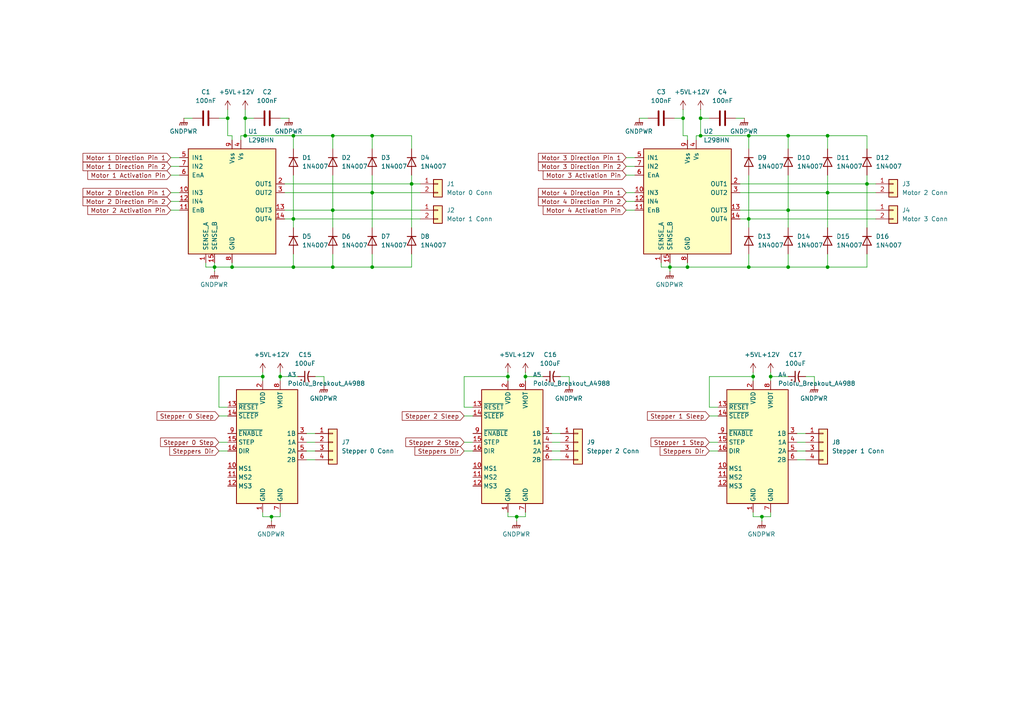
<source format=kicad_sch>
(kicad_sch (version 20250114) (generator "eeschema") (generator_version "9.0")
  (paper "A4")
  (lib_symbols
    (symbol "Connector_Generic:Conn_01x02" (pin_names (offset 1.016) (hide yes))
      (property "Reference" "J" (at 0 2.54 0))
      (property "Value" "Conn_01x02" (at 0 -5.08 0))
      (symbol "Conn_01x02_1_1"
        (rectangle (start -1.27 1.27) (end 1.27 -3.81) (stroke (width 0.254)) (fill (type background)))
        (rectangle (start -1.27 0.127) (end 0 -0.127) (stroke (width 0.1524)))
        (rectangle (start -1.27 -2.413) (end 0 -2.667) (stroke (width 0.1524)))
        (pin passive line (at -5.08 0 0) (length 3.81) (name "Pin_1") (number "1"))
        (pin passive line (at -5.08 -2.54 0) (length 3.81) (name "Pin_2") (number "2"))
      )
    )
    (symbol "Connector_Generic:Conn_01x04" (pin_names (offset 1.016) (hide yes))
      (property "Reference" "J" (at 0 5.08 0))
      (property "Value" "Conn_01x04" (at 0 -7.62 0))
      (symbol "Conn_01x04_1_1"
        (rectangle (start -1.27 3.81) (end 1.27 -6.35) (stroke (width 0.254)) (fill (type background)))
        (rectangle (start -1.27 2.667) (end 0 2.413) (stroke (width 0.1524)))
        (rectangle (start -1.27 0.127) (end 0 -0.127) (stroke (width 0.1524)))
        (rectangle (start -1.27 -2.413) (end 0 -2.667) (stroke (width 0.1524)))
        (rectangle (start -1.27 -4.953) (end 0 -5.207) (stroke (width 0.1524)))
        (pin passive line (at -5.08 2.54 0) (length 3.81) (name "Pin_1") (number "1"))
        (pin passive line (at -5.08 0 0) (length 3.81) (name "Pin_2") (number "2"))
        (pin passive line (at -5.08 -2.54 0) (length 3.81) (name "Pin_3") (number "3"))
        (pin passive line (at -5.08 -5.08 0) (length 3.81) (name "Pin_4") (number "4"))
      )
    )
    (symbol "Device:C" (pin_numbers (hide yes)) (pin_names (offset 0.254))
      (property "Reference" "C" (at 0.635 2.54 0))
      (property "Value" "C" (at 0.635 -2.54 0))
      (symbol "C_0_1"
        (polyline (pts (xy -2.032 0.762) (xy 2.032 0.762)) (stroke (width 0.508)))
        (polyline (pts (xy -2.032 -0.762) (xy 2.032 -0.762)) (stroke (width 0.508)))
      )
      (symbol "C_1_1"
        (pin passive line (at 0 3.81 270) (length 2.794) (name "~") (number "1"))
        (pin passive line (at 0 -3.81 90) (length 2.794) (name "~") (number "2"))
      )
    )
    (symbol "Device:C_Polarized_Small_US" (pin_numbers (hide yes)) (pin_names (offset 0.254) (hide yes))
      (property "Reference" "C" (at 0.254 1.778 0))
      (property "Value" "C_Polarized_Small_US" (at 0.254 -2.032 0))
      (symbol "C_Polarized_Small_US_0_1"
        (polyline (pts (xy -1.524 0.508) (xy 1.524 0.508)) (stroke (width 0.3048)))
        (polyline (pts (xy -1.27 1.524) (xy -0.762 1.524)))
        (polyline (pts (xy -1.016 1.27) (xy -1.016 1.778)))
        (arc (start -1.524 -0.762) (mid 0 -0.3734) (end 1.524 -0.762) (stroke (width 0.3048)))
      )
      (symbol "C_Polarized_Small_US_1_1"
        (pin passive line (at 0 2.54 270) (length 2.032) (name "~") (number "1"))
        (pin passive line (at 0 -2.54 90) (length 2.032) (name "~") (number "2"))
      )
    )
    (symbol "Diode:1N4007" (pin_numbers (hide yes)) (pin_names (hide yes))
      (property "Reference" "D" (at 0 2.54 0))
      (property "Value" "1N4007" (at 0 -2.54 0))
      (symbol "1N4007_0_1"
        (polyline (pts (xy -1.27 1.27) (xy -1.27 -1.27)) (stroke (width 0.254)))
        (polyline (pts (xy 1.27 1.27) (xy 1.27 -1.27) (xy -1.27 0) (xy 1.27 1.27)) (stroke (width 0.254)))
        (polyline (pts (xy 1.27 0) (xy -1.27 0)))
      )
      (symbol "1N4007_1_1"
        (pin passive line (at -3.81 0 0) (length 2.54) (name "K") (number "1"))
        (pin passive line (at 3.81 0 180) (length 2.54) (name "A") (number "2"))
      )
    )
    (symbol "Driver_Motor:L298HN" (pin_names (offset 1.016))
      (property "Reference" "U" (at -10.16 16.51 0))
      (property "Value" "L298HN" (at 12.7 16.51 0))
      (symbol "L298HN_0_1"
        (rectangle (start -12.7 15.24) (end 12.7 -15.24) (stroke (width 0.254)) (fill (type background)))
      )
      (symbol "L298HN_1_1"
        (pin input line (at -15.24 12.7 0) (length 2.54) (name "IN1") (number "5"))
        (pin input line (at -15.24 10.16 0) (length 2.54) (name "IN2") (number "7"))
        (pin input line (at -15.24 7.62 0) (length 2.54) (name "EnA") (number "6"))
        (pin input line (at -15.24 2.54 0) (length 2.54) (name "IN3") (number "10"))
        (pin input line (at -15.24 0 0) (length 2.54) (name "IN4") (number "12"))
        (pin input line (at -15.24 -2.54 0) (length 2.54) (name "EnB") (number "11"))
        (pin power_in line (at -7.62 -17.78 90) (length 2.54) (name "SENSE_A") (number "1"))
        (pin power_in line (at -5.08 -17.78 90) (length 2.54) (name "SENSE_B") (number "15"))
        (pin power_in line (at 0 17.78 270) (length 2.54) (name "Vss") (number "9"))
        (pin power_in line (at 0 -17.78 90) (length 2.54) (name "GND") (number "8"))
        (pin power_in line (at 2.54 17.78 270) (length 2.54) (name "Vs") (number "4"))
        (pin output line (at 15.24 5.08 180) (length 2.54) (name "OUT1") (number "2"))
        (pin output line (at 15.24 2.54 180) (length 2.54) (name "OUT2") (number "3"))
        (pin output line (at 15.24 -2.54 180) (length 2.54) (name "OUT3") (number "13"))
        (pin output line (at 15.24 -5.08 180) (length 2.54) (name "OUT4") (number "14"))
      )
    )
    (symbol "Driver_Motor:Pololu_Breakout_A4988"
      (property "Reference" "A" (at -2.54 19.05 0))
      (property "Value" "Pololu_Breakout_A4988" (at -2.54 16.51 0))
      (symbol "Pololu_Breakout_A4988_0_1"
        (rectangle (start 10.16 -17.78) (end -7.62 15.24) (stroke (width 0.254)) (fill (type background)))
      )
      (symbol "Pololu_Breakout_A4988_1_1"
        (pin input line (at -10.16 10.16 0) (length 2.54) (name "~{RESET}") (number "13"))
        (pin input line (at -10.16 7.62 0) (length 2.54) (name "~{SLEEP}") (number "14"))
        (pin input line (at -10.16 2.54 0) (length 2.54) (name "~{ENABLE}") (number "9"))
        (pin input line (at -10.16 0 0) (length 2.54) (name "STEP") (number "15"))
        (pin input line (at -10.16 -2.54 0) (length 2.54) (name "DIR") (number "16"))
        (pin input line (at -10.16 -7.62 0) (length 2.54) (name "MS1") (number "10"))
        (pin input line (at -10.16 -10.16 0) (length 2.54) (name "MS2") (number "11"))
        (pin input line (at -10.16 -12.7 0) (length 2.54) (name "MS3") (number "12"))
        (pin power_in line (at 0 17.78 270) (length 2.54) (name "VDD") (number "2"))
        (pin power_in line (at 0 -20.32 90) (length 2.54) (name "GND") (number "1"))
        (pin power_in line (at 5.08 17.78 270) (length 2.54) (name "VMOT") (number "8"))
        (pin power_in line (at 5.08 -20.32 90) (length 2.54) (name "GND") (number "7"))
        (pin output line (at 12.7 2.54 180) (length 2.54) (name "1B") (number "3"))
        (pin output line (at 12.7 0 180) (length 2.54) (name "1A") (number "4"))
        (pin output line (at 12.7 -2.54 180) (length 2.54) (name "2A") (number "5"))
        (pin output line (at 12.7 -5.08 180) (length 2.54) (name "2B") (number "6"))
      )
    )
    (symbol "power:+12V" (power) (pin_numbers (hide yes)) (pin_names (offset 0) (hide yes))
      (property "Value" "+12V" (at 0 3.556 0))
      (symbol "+12V_0_1"
        (polyline (pts (xy -0.762 1.27) (xy 0 2.54)))
        (polyline (pts (xy 0 2.54) (xy 0.762 1.27)))
        (polyline (pts (xy 0 0) (xy 0 2.54)))
      )
      (symbol "+12V_1_1"
        (pin power_in line (at 0 0 90) (length 0) (name "~") (number "1"))
      )
    )
    (symbol "power:+5VL" (power) (pin_numbers (hide yes)) (pin_names (offset 0) (hide yes))
      (property "Value" "+5VL" (at 0 3.556 0))
      (symbol "+5VL_0_1"
        (polyline (pts (xy -0.762 1.27) (xy 0 2.54)))
        (polyline (pts (xy 0 2.54) (xy 0.762 1.27)))
        (polyline (pts (xy 0 0) (xy 0 2.54)))
      )
      (symbol "+5VL_1_1"
        (pin power_in line (at 0 0 90) (length 0) (name "~") (number "1"))
      )
    )
    (symbol "power:GNDPWR" (power) (pin_numbers (hide yes)) (pin_names (offset 0) (hide yes))
      (property "Value" "GNDPWR" (at 0 -3.302 0))
      (symbol "GNDPWR_0_1"
        (polyline (pts (xy -1.016 -1.27) (xy -1.27 -2.032) (xy -1.27 -2.032)) (stroke (width 0.2032)))
        (polyline (pts (xy -0.508 -1.27) (xy -0.762 -2.032) (xy -0.762 -2.032)) (stroke (width 0.2032)))
        (polyline (pts (xy 0 -1.27) (xy 0 0)))
        (polyline (pts (xy 0 -1.27) (xy -0.254 -2.032) (xy -0.254 -2.032)) (stroke (width 0.2032)))
        (polyline (pts (xy 0.508 -1.27) (xy 0.254 -2.032) (xy 0.254 -2.032)) (stroke (width 0.2032)))
        (polyline (pts (xy 1.016 -1.27) (xy -1.016 -1.27) (xy -1.016 -1.27)) (stroke (width 0.2032)))
        (polyline (pts (xy 1.016 -1.27) (xy 0.762 -2.032) (xy 0.762 -2.032) (xy 0.762 -2.032)) (stroke (width 0.2032)))
      )
      (symbol "GNDPWR_1_1"
        (pin power_in line (at 0 0 270) (length 0) (name "~") (number "1"))
      )
    )
  )
  (junction (at 228.6 60.96))
  (junction (at 76.2 109.22))
  (junction (at 218.44 109.22))
  (junction (at 81.28 109.22))
  (junction (at 107.95 39.37))
  (junction (at 96.52 77.47))
  (junction (at 228.6 77.47))
  (junction (at 223.52 109.22))
  (junction (at 85.09 77.47))
  (junction (at 78.74 149.86))
  (junction (at 217.17 63.5))
  (junction (at 85.09 39.37))
  (junction (at 96.52 60.96))
  (junction (at 194.31 77.47))
  (junction (at 220.98 149.86))
  (junction (at 119.38 53.34))
  (junction (at 240.03 39.37))
  (junction (at 149.86 149.86))
  (junction (at 66.04 34.29))
  (junction (at 240.03 55.88))
  (junction (at 203.2 34.29))
  (junction (at 67.31 77.47))
  (junction (at 85.09 63.5))
  (junction (at 107.95 55.88))
  (junction (at 240.03 77.47))
  (junction (at 198.12 34.29))
  (junction (at 217.17 39.37))
  (junction (at 203.2 39.37))
  (junction (at 217.17 77.47))
  (junction (at 71.12 34.29))
  (junction (at 251.46 53.34))
  (junction (at 199.39 77.47))
  (junction (at 71.12 39.37))
  (junction (at 107.95 77.47))
  (junction (at 62.23 77.47))
  (junction (at 96.52 39.37))
  (junction (at 147.32 109.22))
  (junction (at 152.4 109.22))
  (junction (at 228.6 39.37))
  (wire (pts (xy 217.17 63.5) (xy 254 63.5)))
  (wire (pts (xy 71.12 34.29) (xy 71.12 39.37)))
  (wire (pts (xy 198.12 31.75) (xy 198.12 34.29)))
  (wire (pts (xy 181.61 45.72) (xy 184.15 45.72)))
  (wire (pts (xy 165.1 109.22) (xy 165.1 111.76)))
  (wire (pts (xy 107.95 39.37) (xy 119.38 39.37)))
  (wire (pts (xy 147.32 149.86) (xy 149.86 149.86)))
  (wire (pts (xy 85.09 63.5) (xy 85.09 66.04)))
  (wire (pts (xy 59.69 76.2) (xy 59.69 77.47)))
  (wire (pts (xy 214.63 60.96) (xy 228.6 60.96)))
  (wire (pts (xy 228.6 77.47) (xy 240.03 77.47)))
  (wire (pts (xy 134.62 109.22) (xy 147.32 109.22)))
  (wire (pts (xy 217.17 63.5) (xy 217.17 66.04)))
  (wire (pts (xy 201.93 39.37) (xy 203.2 39.37)))
  (wire (pts (xy 191.77 77.47) (xy 194.31 77.47)))
  (wire (pts (xy 251.46 50.8) (xy 251.46 53.34)))
  (wire (pts (xy 82.55 63.5) (xy 85.09 63.5)))
  (wire (pts (xy 160.02 125.73) (xy 162.56 125.73)))
  (wire (pts (xy 199.39 76.2) (xy 199.39 77.47)))
  (wire (pts (xy 152.4 109.22) (xy 152.4 110.49)))
  (wire (pts (xy 214.63 63.5) (xy 217.17 63.5)))
  (wire (pts (xy 66.04 39.37) (xy 67.31 39.37)))
  (wire (pts (xy 149.86 151.13) (xy 149.86 149.86)))
  (wire (pts (xy 217.17 43.18) (xy 217.17 39.37)))
  (wire (pts (xy 119.38 73.66) (xy 119.38 77.47)))
  (wire (pts (xy 214.63 55.88) (xy 240.03 55.88)))
  (wire (pts (xy 88.9 125.73) (xy 91.44 125.73)))
  (wire (pts (xy 231.14 133.35) (xy 233.68 133.35)))
  (wire (pts (xy 63.5 120.65) (xy 66.04 120.65)))
  (wire (pts (xy 240.03 73.66) (xy 240.03 77.47)))
  (wire (pts (xy 85.09 77.47) (xy 96.52 77.47)))
  (wire (pts (xy 78.74 151.13) (xy 78.74 149.86)))
  (wire (pts (xy 88.9 130.81) (xy 91.44 130.81)))
  (wire (pts (xy 49.53 45.72) (xy 52.07 45.72)))
  (wire (pts (xy 96.52 50.8) (xy 96.52 60.96)))
  (wire (pts (xy 63.5 109.22) (xy 76.2 109.22)))
  (wire (pts (xy 231.14 130.81) (xy 233.68 130.81)))
  (wire (pts (xy 85.09 73.66) (xy 85.09 77.47)))
  (wire (pts (xy 217.17 50.8) (xy 217.17 63.5)))
  (wire (pts (xy 217.17 73.66) (xy 217.17 77.47)))
  (wire (pts (xy 231.14 125.73) (xy 233.68 125.73)))
  (wire (pts (xy 67.31 76.2) (xy 67.31 77.47)))
  (wire (pts (xy 67.31 39.37) (xy 67.31 40.64)))
  (wire (pts (xy 107.95 55.88) (xy 121.92 55.88)))
  (wire (pts (xy 63.5 34.29) (xy 66.04 34.29)))
  (wire (pts (xy 81.28 107.95) (xy 81.28 109.22)))
  (wire (pts (xy 199.39 77.47) (xy 217.17 77.47)))
  (wire (pts (xy 223.52 109.22) (xy 228.6 109.22)))
  (wire (pts (xy 181.61 50.8) (xy 184.15 50.8)))
  (wire (pts (xy 152.4 107.95) (xy 152.4 109.22)))
  (wire (pts (xy 236.22 109.22) (xy 236.22 111.76)))
  (wire (pts (xy 53.34 34.29) (xy 55.88 34.29)))
  (wire (pts (xy 93.98 109.22) (xy 93.98 111.76)))
  (wire (pts (xy 147.32 107.95) (xy 147.32 109.22)))
  (wire (pts (xy 198.12 34.29) (xy 198.12 39.37)))
  (wire (pts (xy 107.95 55.88) (xy 107.95 66.04)))
  (wire (pts (xy 205.74 128.27) (xy 208.28 128.27)))
  (wire (pts (xy 223.52 148.59) (xy 223.52 149.86)))
  (wire (pts (xy 228.6 73.66) (xy 228.6 77.47)))
  (wire (pts (xy 147.32 148.59) (xy 147.32 149.86)))
  (wire (pts (xy 96.52 39.37) (xy 107.95 39.37)))
  (wire (pts (xy 203.2 39.37) (xy 217.17 39.37)))
  (wire (pts (xy 231.14 128.27) (xy 233.68 128.27)))
  (wire (pts (xy 96.52 73.66) (xy 96.52 77.47)))
  (wire (pts (xy 91.44 109.22) (xy 93.98 109.22)))
  (wire (pts (xy 228.6 60.96) (xy 254 60.96)))
  (wire (pts (xy 205.74 118.11) (xy 208.28 118.11)))
  (wire (pts (xy 203.2 34.29) (xy 205.74 34.29)))
  (wire (pts (xy 81.28 109.22) (xy 86.36 109.22)))
  (wire (pts (xy 218.44 109.22) (xy 218.44 110.49)))
  (wire (pts (xy 240.03 50.8) (xy 240.03 55.88)))
  (wire (pts (xy 81.28 149.86) (xy 78.74 149.86)))
  (wire (pts (xy 88.9 128.27) (xy 91.44 128.27)))
  (wire (pts (xy 147.32 109.22) (xy 147.32 110.49)))
  (wire (pts (xy 49.53 50.8) (xy 52.07 50.8)))
  (wire (pts (xy 233.68 109.22) (xy 236.22 109.22)))
  (wire (pts (xy 66.04 31.75) (xy 66.04 34.29)))
  (wire (pts (xy 181.61 48.26) (xy 184.15 48.26)))
  (wire (pts (xy 134.62 118.11) (xy 137.16 118.11)))
  (wire (pts (xy 81.28 109.22) (xy 81.28 110.49)))
  (wire (pts (xy 63.5 118.11) (xy 66.04 118.11)))
  (wire (pts (xy 199.39 39.37) (xy 198.12 39.37)))
  (wire (pts (xy 85.09 63.5) (xy 121.92 63.5)))
  (wire (pts (xy 199.39 77.47) (xy 194.31 77.47)))
  (wire (pts (xy 240.03 55.88) (xy 240.03 66.04)))
  (wire (pts (xy 205.74 118.11) (xy 205.74 109.22)))
  (wire (pts (xy 160.02 133.35) (xy 162.56 133.35)))
  (wire (pts (xy 107.95 73.66) (xy 107.95 77.47)))
  (wire (pts (xy 81.28 34.29) (xy 83.82 34.29)))
  (wire (pts (xy 240.03 55.88) (xy 254 55.88)))
  (wire (pts (xy 203.2 34.29) (xy 203.2 39.37)))
  (wire (pts (xy 218.44 148.59) (xy 218.44 149.86)))
  (wire (pts (xy 134.62 130.81) (xy 137.16 130.81)))
  (wire (pts (xy 76.2 109.22) (xy 76.2 110.49)))
  (wire (pts (xy 88.9 133.35) (xy 91.44 133.35)))
  (wire (pts (xy 134.62 120.65) (xy 137.16 120.65)))
  (wire (pts (xy 107.95 50.8) (xy 107.95 55.88)))
  (wire (pts (xy 205.74 120.65) (xy 208.28 120.65)))
  (wire (pts (xy 119.38 43.18) (xy 119.38 39.37)))
  (wire (pts (xy 223.52 107.95) (xy 223.52 109.22)))
  (wire (pts (xy 82.55 60.96) (xy 96.52 60.96)))
  (wire (pts (xy 240.03 39.37) (xy 240.03 43.18)))
  (wire (pts (xy 82.55 55.88) (xy 107.95 55.88)))
  (wire (pts (xy 205.74 130.81) (xy 208.28 130.81)))
  (wire (pts (xy 220.98 151.13) (xy 220.98 149.86)))
  (wire (pts (xy 228.6 50.8) (xy 228.6 60.96)))
  (wire (pts (xy 71.12 39.37) (xy 85.09 39.37)))
  (wire (pts (xy 152.4 148.59) (xy 152.4 149.86)))
  (wire (pts (xy 66.04 34.29) (xy 66.04 39.37)))
  (wire (pts (xy 218.44 107.95) (xy 218.44 109.22)))
  (wire (pts (xy 214.63 53.34) (xy 251.46 53.34)))
  (wire (pts (xy 228.6 39.37) (xy 217.17 39.37)))
  (wire (pts (xy 81.28 148.59) (xy 81.28 149.86)))
  (wire (pts (xy 85.09 77.47) (xy 67.31 77.47)))
  (wire (pts (xy 195.58 34.29) (xy 198.12 34.29)))
  (wire (pts (xy 96.52 60.96) (xy 121.92 60.96)))
  (wire (pts (xy 251.46 39.37) (xy 240.03 39.37)))
  (wire (pts (xy 69.85 39.37) (xy 69.85 40.64)))
  (wire (pts (xy 71.12 34.29) (xy 73.66 34.29)))
  (wire (pts (xy 228.6 60.96) (xy 228.6 66.04)))
  (wire (pts (xy 71.12 39.37) (xy 69.85 39.37)))
  (wire (pts (xy 107.95 39.37) (xy 107.95 43.18)))
  (wire (pts (xy 162.56 109.22) (xy 165.1 109.22)))
  (wire (pts (xy 76.2 148.59) (xy 76.2 149.86)))
  (wire (pts (xy 96.52 39.37) (xy 96.52 43.18)))
  (wire (pts (xy 62.23 77.47) (xy 67.31 77.47)))
  (wire (pts (xy 85.09 50.8) (xy 85.09 63.5)))
  (wire (pts (xy 251.46 53.34) (xy 251.46 66.04)))
  (wire (pts (xy 96.52 60.96) (xy 96.52 66.04)))
  (wire (pts (xy 240.03 77.47) (xy 251.46 77.47)))
  (wire (pts (xy 240.03 39.37) (xy 228.6 39.37)))
  (wire (pts (xy 218.44 149.86) (xy 220.98 149.86)))
  (wire (pts (xy 160.02 130.81) (xy 162.56 130.81)))
  (wire (pts (xy 63.5 128.27) (xy 66.04 128.27)))
  (wire (pts (xy 203.2 31.75) (xy 203.2 34.29)))
  (wire (pts (xy 49.53 60.96) (xy 52.07 60.96)))
  (wire (pts (xy 152.4 149.86) (xy 149.86 149.86)))
  (wire (pts (xy 181.61 60.96) (xy 184.15 60.96)))
  (wire (pts (xy 185.42 34.29) (xy 187.96 34.29)))
  (wire (pts (xy 85.09 39.37) (xy 85.09 43.18)))
  (wire (pts (xy 96.52 77.47) (xy 107.95 77.47)))
  (wire (pts (xy 71.12 31.75) (xy 71.12 34.29)))
  (wire (pts (xy 134.62 118.11) (xy 134.62 109.22)))
  (wire (pts (xy 160.02 128.27) (xy 162.56 128.27)))
  (wire (pts (xy 205.74 109.22) (xy 218.44 109.22)))
  (wire (pts (xy 217.17 77.47) (xy 228.6 77.47)))
  (wire (pts (xy 76.2 107.95) (xy 76.2 109.22)))
  (wire (pts (xy 82.55 53.34) (xy 119.38 53.34)))
  (wire (pts (xy 49.53 48.26) (xy 52.07 48.26)))
  (wire (pts (xy 49.53 55.88) (xy 52.07 55.88)))
  (wire (pts (xy 201.93 40.64) (xy 201.93 39.37)))
  (wire (pts (xy 152.4 109.22) (xy 157.48 109.22)))
  (wire (pts (xy 194.31 77.47) (xy 194.31 76.2)))
  (wire (pts (xy 134.62 128.27) (xy 137.16 128.27)))
  (wire (pts (xy 85.09 39.37) (xy 96.52 39.37)))
  (wire (pts (xy 181.61 58.42) (xy 184.15 58.42)))
  (wire (pts (xy 223.52 149.86) (xy 220.98 149.86)))
  (wire (pts (xy 251.46 73.66) (xy 251.46 77.47)))
  (wire (pts (xy 119.38 50.8) (xy 119.38 53.34)))
  (wire (pts (xy 63.5 118.11) (xy 63.5 109.22)))
  (wire (pts (xy 223.52 109.22) (xy 223.52 110.49)))
  (wire (pts (xy 191.77 76.2) (xy 191.77 77.47)))
  (wire (pts (xy 49.53 58.42) (xy 52.07 58.42)))
  (wire (pts (xy 199.39 40.64) (xy 199.39 39.37)))
  (wire (pts (xy 194.31 77.47) (xy 194.31 78.74)))
  (wire (pts (xy 62.23 76.2) (xy 62.23 77.47)))
  (wire (pts (xy 62.23 77.47) (xy 62.23 78.74)))
  (wire (pts (xy 213.36 34.29) (xy 215.9 34.29)))
  (wire (pts (xy 251.46 43.18) (xy 251.46 39.37)))
  (wire (pts (xy 59.69 77.47) (xy 62.23 77.47)))
  (wire (pts (xy 251.46 53.34) (xy 254 53.34)))
  (wire (pts (xy 119.38 53.34) (xy 119.38 66.04)))
  (wire (pts (xy 181.61 55.88) (xy 184.15 55.88)))
  (wire (pts (xy 107.95 77.47) (xy 119.38 77.47)))
  (wire (pts (xy 119.38 53.34) (xy 121.92 53.34)))
  (wire (pts (xy 228.6 43.18) (xy 228.6 39.37)))
  (wire (pts (xy 63.5 130.81) (xy 66.04 130.81)))
  (wire (pts (xy 76.2 149.86) (xy 78.74 149.86)))
  (global_label "Motor 3 Direction Pin 1" (shape input) (at 181.61 45.72 180) (property "Intersheetrefs" "${INTERSHEET_REFS}" (effects (hide yes))))
  (global_label "Stepper 0 Step" (shape input) (at 63.5 128.27 180) (property "Intersheetrefs" "${INTERSHEET_REFS}" (effects (hide yes))))
  (global_label "Motor 4 Activation Pin" (shape input) (at 181.61 60.96 180) (property "Intersheetrefs" "${INTERSHEET_REFS}" (effects (hide yes))))
  (global_label "Stepper 2 Step" (shape input) (at 134.62 128.27 180) (property "Intersheetrefs" "${INTERSHEET_REFS}" (effects (hide yes))))
  (global_label "Stepper 1 Sleep" (shape input) (at 205.74 120.65 180) (property "Intersheetrefs" "${INTERSHEET_REFS}" (effects (hide yes))))
  (global_label "Motor 1 Activation Pin" (shape input) (at 49.53 50.8 180) (property "Intersheetrefs" "${INTERSHEET_REFS}" (effects (hide yes))))
  (global_label "Steppers Dir" (shape input) (at 63.5 130.81 180) (property "Intersheetrefs" "${INTERSHEET_REFS}" (effects (hide yes))))
  (global_label "Motor 3 Activation Pin" (shape input) (at 181.61 50.8 180) (property "Intersheetrefs" "${INTERSHEET_REFS}" (effects (hide yes))))
  (global_label "Motor 2 Direction Pin 1" (shape input) (at 49.53 55.88 180) (property "Intersheetrefs" "${INTERSHEET_REFS}" (effects (hide yes))))
  (global_label "Motor 3 Direction Pin 2" (shape input) (at 181.61 48.26 180) (property "Intersheetrefs" "${INTERSHEET_REFS}" (effects (hide yes))))
  (global_label "Motor 1 Direction Pin 1" (shape input) (at 49.53 45.72 180) (property "Intersheetrefs" "${INTERSHEET_REFS}" (effects (hide yes))))
  (global_label "Motor 4 Direction Pin 2" (shape input) (at 181.61 58.42 180) (property "Intersheetrefs" "${INTERSHEET_REFS}" (effects (hide yes))))
  (global_label "Stepper 1 Step" (shape input) (at 205.74 128.27 180) (property "Intersheetrefs" "${INTERSHEET_REFS}" (effects (hide yes))))
  (global_label "Steppers Dir" (shape input) (at 134.62 130.81 180) (property "Intersheetrefs" "${INTERSHEET_REFS}" (effects (hide yes))))
  (global_label "Steppers Dir" (shape input) (at 205.74 130.81 180) (property "Intersheetrefs" "${INTERSHEET_REFS}" (effects (hide yes))))
  (global_label "Motor 1 Direction Pin 2" (shape input) (at 49.53 48.26 180) (property "Intersheetrefs" "${INTERSHEET_REFS}" (effects (hide yes))))
  (global_label "Motor 4 Direction Pin 1" (shape input) (at 181.61 55.88 180) (property "Intersheetrefs" "${INTERSHEET_REFS}" (effects (hide yes))))
  (global_label "Stepper 0 Sleep" (shape input) (at 63.5 120.65 180) (property "Intersheetrefs" "${INTERSHEET_REFS}" (effects (hide yes))))
  (global_label "Motor 2 Activation Pin" (shape input) (at 49.53 60.96 180) (property "Intersheetrefs" "${INTERSHEET_REFS}" (effects (hide yes))))
  (global_label "Motor 2 Direction Pin 2" (shape input) (at 49.53 58.42 180) (property "Intersheetrefs" "${INTERSHEET_REFS}" (effects (hide yes))))
  (global_label "Stepper 2 Sleep" (shape input) (at 134.62 120.65 180) (property "Intersheetrefs" "${INTERSHEET_REFS}" (effects (hide yes))))
  (symbol (lib_id "Connector_Generic:Conn_01x02") (at 127 53.34 0) (unit 1)
    (property "Reference" "J1" (at 129.54 53.3399 0) (effects (justify left)))
    (property "Value" "Motor 0 Conn" (at 129.54 55.8799 0) (effects (justify left)))
    (property "Footprint" "Connector:JWT_A3963_1x02_P3.96mm_Vertical" (effects (hide yes)))
    (property "Description" "Generic connector, single row, 01x02, script generated (kicad-library-utils/schlib/autogen/connector/)" (effects (hide yes)))
  )
  (symbol (lib_id "Diode:1N4007") (at 85.09 46.99 270) (unit 1)
    (property "Reference" "D1" (at 87.63 45.7199 90) (effects (justify left)))
    (property "Value" "1N4007" (at 87.63 48.2599 90) (effects (justify left)))
    (property "Footprint" "Diode_THT:D_DO-41_SOD81_P10.16mm_Horizontal" (effects (hide yes)))
    (property "Datasheet" "http://www.vishay.com/docs/88503/1n4001.pdf" (effects (hide yes)))
    (property "Description" "1000V 1A General Purpose Rectifier Diode, DO-41" (effects (hide yes)))
    (property "Sim.Device" "D" (effects (hide yes)))
    (property "Sim.Pins" "1=K 2=A" (effects (hide yes)))
  )
  (symbol (lib_id "Driver_Motor:L298HN") (at 67.31 58.42 0) (unit 1)
    (property "Reference" "U1" (at 71.9933 38.1 0) (effects (justify left)))
    (property "Value" "L298HN" (at 71.9933 40.64 0) (effects (justify left)))
    (property "Footprint" "Package_TO_SOT_THT:TO-220-15_P2.54x2.54mm_StaggerOdd_Lead5.84mm_TabDown" (effects (hide yes)))
    (property "Datasheet" "http://www.st.com/st-web-ui/static/active/en/resource/technical/document/datasheet/CD00000240.pdf" (effects (hide yes)))
    (property "Description" "Dual full bridge motor driver, up to 46V, 4A, Multiwatt15-H" (effects (hide yes)))
  )
  (symbol (lib_id "Diode:1N4007") (at 217.17 69.85 270) (unit 1)
    (property "Reference" "D13" (at 219.71 68.5799 90) (effects (justify left)))
    (property "Value" "1N4007" (at 219.71 71.1199 90) (effects (justify left)))
    (property "Footprint" "Diode_THT:D_DO-41_SOD81_P10.16mm_Horizontal" (effects (hide yes)))
    (property "Datasheet" "http://www.vishay.com/docs/88503/1n4001.pdf" (effects (hide yes)))
    (property "Description" "1000V 1A General Purpose Rectifier Diode, DO-41" (effects (hide yes)))
    (property "Sim.Device" "D" (effects (hide yes)))
    (property "Sim.Pins" "1=K 2=A" (effects (hide yes)))
  )
  (symbol (lib_id "power:GNDPWR") (at 220.98 151.13 0) (unit 1)
    (property "Reference" "#PWR031" (effects (hide yes)))
    (property "Value" "GNDPWR" (at 220.853 154.94 0))
    (property "Description" "Power symbol creates a global label with name \"GNDPWR\" , global ground" (effects (hide yes)))
  )
  (symbol (lib_id "power:+12V") (at 71.12 31.75 0) (unit 1)
    (property "Reference" "#PWR04" (effects (hide yes)))
    (property "Value" "+12V" (at 71.12 26.67 0))
    (property "Description" "Power symbol creates a global label with name \"+12V\"" (effects (hide yes)))
  )
  (symbol (lib_id "power:GNDPWR") (at 215.9 34.29 0) (unit 1)
    (property "Reference" "#PWR010" (effects (hide yes)))
    (property "Value" "GNDPWR" (at 215.773 38.1 0))
    (property "Description" "Power symbol creates a global label with name \"GNDPWR\" , global ground" (effects (hide yes)))
  )
  (symbol (lib_id "Driver_Motor:Pololu_Breakout_A4988") (at 147.32 128.27 0) (unit 1)
    (property "Reference" "A5" (at 154.5433 107.95 0) (effects (justify left top)))
    (property "Value" "Pololu_Breakout_A4988" (at 154.5433 110.49 0) (effects (justify left top)))
    (property "Footprint" "Module:Pololu_Breakout-16_15.2x20.3mm" (effects (hide yes)))
    (property "Datasheet" "https://www.pololu.com/product/2980/pictures" (effects (hide yes)))
    (property "Description" "Pololu Breakout Board, Stepper Driver A4988" (effects (hide yes)))
  )
  (symbol (lib_id "power:GNDPWR") (at 53.34 34.29 0) (unit 1)
    (property "Reference" "#PWR08" (effects (hide yes)))
    (property "Value" "GNDPWR" (at 53.213 38.1 0))
    (property "Description" "Power symbol creates a global label with name \"GNDPWR\" , global ground" (effects (hide yes)))
  )
  (symbol (lib_id "Connector_Generic:Conn_01x02") (at 259.08 53.34 0) (unit 1)
    (property "Reference" "J3" (at 261.62 53.3399 0) (effects (justify left)))
    (property "Value" "Motor 2 Conn" (at 261.62 55.8799 0) (effects (justify left)))
    (property "Footprint" "Connector:JWT_A3963_1x02_P3.96mm_Vertical" (effects (hide yes)))
    (property "Description" "Generic connector, single row, 01x02, script generated (kicad-library-utils/schlib/autogen/connector/)" (effects (hide yes)))
  )
  (symbol (lib_id "Diode:1N4007") (at 96.52 69.85 270) (unit 1)
    (property "Reference" "D6" (at 99.06 68.5799 90) (effects (justify left)))
    (property "Value" "1N4007" (at 99.06 71.1199 90) (effects (justify left)))
    (property "Footprint" "Diode_THT:D_DO-41_SOD81_P10.16mm_Horizontal" (effects (hide yes)))
    (property "Datasheet" "http://www.vishay.com/docs/88503/1n4001.pdf" (effects (hide yes)))
    (property "Description" "1000V 1A General Purpose Rectifier Diode, DO-41" (effects (hide yes)))
    (property "Sim.Device" "D" (effects (hide yes)))
    (property "Sim.Pins" "1=K 2=A" (effects (hide yes)))
  )
  (symbol (lib_id "Diode:1N4007") (at 251.46 69.85 270) (unit 1)
    (property "Reference" "D16" (at 254 68.5799 90) (effects (justify left)))
    (property "Value" "1N4007" (at 254 71.1199 90) (effects (justify left)))
    (property "Footprint" "Diode_THT:D_DO-41_SOD81_P10.16mm_Horizontal" (effects (hide yes)))
    (property "Datasheet" "http://www.vishay.com/docs/88503/1n4001.pdf" (effects (hide yes)))
    (property "Description" "1000V 1A General Purpose Rectifier Diode, DO-41" (effects (hide yes)))
    (property "Sim.Device" "D" (effects (hide yes)))
    (property "Sim.Pins" "1=K 2=A" (effects (hide yes)))
  )
  (symbol (lib_id "Device:C_Polarized_Small_US") (at 88.9 109.22 90) (unit 1)
    (property "Reference" "C15" (at 88.4682 102.87 90))
    (property "Value" "100uF" (at 88.4682 105.41 90))
    (property "Footprint" "Capacitor_THT:CP_Radial_D10.0mm_P5.00mm" (effects (hide yes)))
    (property "Description" "Polarized capacitor, small US symbol" (effects (hide yes)))
  )
  (symbol (lib_id "Connector_Generic:Conn_01x04") (at 96.52 128.27 0) (unit 1)
    (property "Reference" "J7" (at 99.06 128.2699 0) (effects (justify left)))
    (property "Value" "Stepper 0 Conn" (at 99.06 130.8099 0) (effects (justify left)))
    (property "Footprint" "Connector:FanPinHeader_1x04_P2.54mm_Vertical" (effects (hide yes)))
    (property "Description" "Generic connector, single row, 01x04, script generated (kicad-library-utils/schlib/autogen/connector/)" (effects (hide yes)))
  )
  (symbol (lib_id "power:+12V") (at 81.28 107.95 0) (unit 1)
    (property "Reference" "#PWR026" (effects (hide yes)))
    (property "Value" "+12V" (at 81.28 102.87 0))
    (property "Description" "Power symbol creates a global label with name \"+12V\"" (effects (hide yes)))
  )
  (symbol (lib_id "power:GNDPWR") (at 78.74 151.13 0) (unit 1)
    (property "Reference" "#PWR028" (effects (hide yes)))
    (property "Value" "GNDPWR" (at 78.613 154.94 0))
    (property "Description" "Power symbol creates a global label with name \"GNDPWR\" , global ground" (effects (hide yes)))
  )
  (symbol (lib_id "power:GNDPWR") (at 93.98 111.76 0) (unit 1)
    (property "Reference" "#PWR029" (effects (hide yes)))
    (property "Value" "GNDPWR" (at 93.853 115.57 0))
    (property "Description" "Power symbol creates a global label with name \"GNDPWR\" , global ground" (effects (hide yes)))
  )
  (symbol (lib_id "Diode:1N4007") (at 217.17 46.99 270) (unit 1)
    (property "Reference" "D9" (at 219.71 45.7199 90) (effects (justify left)))
    (property "Value" "1N4007" (at 219.71 48.2599 90) (effects (justify left)))
    (property "Footprint" "Diode_THT:D_DO-41_SOD81_P10.16mm_Horizontal" (effects (hide yes)))
    (property "Datasheet" "http://www.vishay.com/docs/88503/1n4001.pdf" (effects (hide yes)))
    (property "Description" "1000V 1A General Purpose Rectifier Diode, DO-41" (effects (hide yes)))
    (property "Sim.Device" "D" (effects (hide yes)))
    (property "Sim.Pins" "1=K 2=A" (effects (hide yes)))
  )
  (symbol (lib_id "Diode:1N4007") (at 85.09 69.85 270) (unit 1)
    (property "Reference" "D5" (at 87.63 68.5799 90) (effects (justify left)))
    (property "Value" "1N4007" (at 87.63 71.1199 90) (effects (justify left)))
    (property "Footprint" "Diode_THT:D_DO-41_SOD81_P10.16mm_Horizontal" (effects (hide yes)))
    (property "Datasheet" "http://www.vishay.com/docs/88503/1n4001.pdf" (effects (hide yes)))
    (property "Description" "1000V 1A General Purpose Rectifier Diode, DO-41" (effects (hide yes)))
    (property "Sim.Device" "D" (effects (hide yes)))
    (property "Sim.Pins" "1=K 2=A" (effects (hide yes)))
  )
  (symbol (lib_id "power:+12V") (at 152.4 107.95 0) (unit 1)
    (property "Reference" "#PWR036" (effects (hide yes)))
    (property "Value" "+12V" (at 152.4 102.87 0))
    (property "Description" "Power symbol creates a global label with name \"+12V\"" (effects (hide yes)))
  )
  (symbol (lib_id "Diode:1N4007") (at 228.6 46.99 270) (unit 1)
    (property "Reference" "D10" (at 231.14 45.7199 90) (effects (justify left)))
    (property "Value" "1N4007" (at 231.14 48.2599 90) (effects (justify left)))
    (property "Footprint" "Diode_THT:D_DO-41_SOD81_P10.16mm_Horizontal" (effects (hide yes)))
    (property "Datasheet" "http://www.vishay.com/docs/88503/1n4001.pdf" (effects (hide yes)))
    (property "Description" "1000V 1A General Purpose Rectifier Diode, DO-41" (effects (hide yes)))
    (property "Sim.Device" "D" (effects (hide yes)))
    (property "Sim.Pins" "1=K 2=A" (effects (hide yes)))
  )
  (symbol (lib_id "Diode:1N4007") (at 96.52 46.99 270) (unit 1)
    (property "Reference" "D2" (at 99.06 45.7199 90) (effects (justify left)))
    (property "Value" "1N4007" (at 99.06 48.2599 90) (effects (justify left)))
    (property "Footprint" "Diode_THT:D_DO-41_SOD81_P10.16mm_Horizontal" (effects (hide yes)))
    (property "Datasheet" "http://www.vishay.com/docs/88503/1n4001.pdf" (effects (hide yes)))
    (property "Description" "1000V 1A General Purpose Rectifier Diode, DO-41" (effects (hide yes)))
    (property "Sim.Device" "D" (effects (hide yes)))
    (property "Sim.Pins" "1=K 2=A" (effects (hide yes)))
  )
  (symbol (lib_id "Diode:1N4007") (at 228.6 69.85 270) (unit 1)
    (property "Reference" "D14" (at 231.14 68.5799 90) (effects (justify left)))
    (property "Value" "1N4007" (at 231.14 71.1199 90) (effects (justify left)))
    (property "Footprint" "Diode_THT:D_DO-41_SOD81_P10.16mm_Horizontal" (effects (hide yes)))
    (property "Datasheet" "http://www.vishay.com/docs/88503/1n4001.pdf" (effects (hide yes)))
    (property "Description" "1000V 1A General Purpose Rectifier Diode, DO-41" (effects (hide yes)))
    (property "Sim.Device" "D" (effects (hide yes)))
    (property "Sim.Pins" "1=K 2=A" (effects (hide yes)))
  )
  (symbol (lib_id "Connector_Generic:Conn_01x04") (at 238.76 128.27 0) (unit 1)
    (property "Reference" "J8" (at 241.3 128.2699 0) (effects (justify left)))
    (property "Value" "Stepper 1 Conn" (at 241.3 130.8099 0) (effects (justify left)))
    (property "Footprint" "Connector:FanPinHeader_1x04_P2.54mm_Vertical" (effects (hide yes)))
    (property "Description" "Generic connector, single row, 01x04, script generated (kicad-library-utils/schlib/autogen/connector/)" (effects (hide yes)))
  )
  (symbol (lib_id "Diode:1N4007") (at 240.03 69.85 270) (unit 1)
    (property "Reference" "D15" (at 242.57 68.5799 90) (effects (justify left)))
    (property "Value" "1N4007" (at 242.57 71.1199 90) (effects (justify left)))
    (property "Footprint" "Diode_THT:D_DO-41_SOD81_P10.16mm_Horizontal" (effects (hide yes)))
    (property "Datasheet" "http://www.vishay.com/docs/88503/1n4001.pdf" (effects (hide yes)))
    (property "Description" "1000V 1A General Purpose Rectifier Diode, DO-41" (effects (hide yes)))
    (property "Sim.Device" "D" (effects (hide yes)))
    (property "Sim.Pins" "1=K 2=A" (effects (hide yes)))
  )
  (symbol (lib_id "power:GNDPWR") (at 62.23 78.74 0) (unit 1)
    (property "Reference" "#PWR02" (effects (hide yes)))
    (property "Value" "GNDPWR" (at 62.103 82.55 0))
    (property "Description" "Power symbol creates a global label with name \"GNDPWR\" , global ground" (effects (hide yes)))
  )
  (symbol (lib_id "power:+5VL") (at 66.04 31.75 0) (unit 1)
    (property "Reference" "#PWR015" (effects (hide yes)))
    (property "Value" "+5VL" (at 66.04 26.67 0))
    (property "Description" "Power symbol creates a global label with name \"+5VL\"" (effects (hide yes)))
  )
  (symbol (lib_id "power:GNDPWR") (at 83.82 34.29 0) (unit 1)
    (property "Reference" "#PWR07" (effects (hide yes)))
    (property "Value" "GNDPWR" (at 83.693 38.1 0))
    (property "Description" "Power symbol creates a global label with name \"GNDPWR\" , global ground" (effects (hide yes)))
  )
  (symbol (lib_id "Driver_Motor:L298HN") (at 199.39 58.42 0) (unit 1)
    (property "Reference" "U2" (at 204.0733 38.1 0) (effects (justify left)))
    (property "Value" "L298HN" (at 204.0733 40.64 0) (effects (justify left)))
    (property "Footprint" "Package_TO_SOT_THT:TO-220-15_P2.54x2.54mm_StaggerOdd_Lead5.84mm_TabDown" (effects (hide yes)))
    (property "Datasheet" "http://www.st.com/st-web-ui/static/active/en/resource/technical/document/datasheet/CD00000240.pdf" (effects (hide yes)))
    (property "Description" "Dual full bridge motor driver, up to 46V, 4A, Multiwatt15-H" (effects (hide yes)))
  )
  (symbol (lib_id "Driver_Motor:Pololu_Breakout_A4988") (at 76.2 128.27 0) (unit 1)
    (property "Reference" "A3" (at 83.4233 107.95 0) (effects (justify left top)))
    (property "Value" "Pololu_Breakout_A4988" (at 83.4233 110.49 0) (effects (justify left top)))
    (property "Footprint" "Module:Pololu_Breakout-16_15.2x20.3mm" (effects (hide yes)))
    (property "Datasheet" "https://www.pololu.com/product/2980/pictures" (effects (hide yes)))
    (property "Description" "Pololu Breakout Board, Stepper Driver A4988" (effects (hide yes)))
  )
  (symbol (lib_id "power:GNDPWR") (at 236.22 111.76 0) (unit 1)
    (property "Reference" "#PWR033" (effects (hide yes)))
    (property "Value" "GNDPWR" (at 236.093 115.57 0))
    (property "Description" "Power symbol creates a global label with name \"GNDPWR\" , global ground" (effects (hide yes)))
  )
  (symbol (lib_id "Connector_Generic:Conn_01x02") (at 127 60.96 0) (unit 1)
    (property "Reference" "J2" (at 129.54 60.9599 0) (effects (justify left)))
    (property "Value" "Motor 1 Conn" (at 129.54 63.4999 0) (effects (justify left)))
    (property "Footprint" "Connector:JWT_A3963_1x02_P3.96mm_Vertical" (effects (hide yes)))
    (property "Description" "Generic connector, single row, 01x02, script generated (kicad-library-utils/schlib/autogen/connector/)" (effects (hide yes)))
  )
  (symbol (lib_id "Diode:1N4007") (at 251.46 46.99 270) (unit 1)
    (property "Reference" "D12" (at 254 45.7199 90) (effects (justify left)))
    (property "Value" "1N4007" (at 254 48.2599 90) (effects (justify left)))
    (property "Footprint" "Diode_THT:D_DO-41_SOD81_P10.16mm_Horizontal" (effects (hide yes)))
    (property "Datasheet" "http://www.vishay.com/docs/88503/1n4001.pdf" (effects (hide yes)))
    (property "Description" "1000V 1A General Purpose Rectifier Diode, DO-41" (effects (hide yes)))
    (property "Sim.Device" "D" (effects (hide yes)))
    (property "Sim.Pins" "1=K 2=A" (effects (hide yes)))
  )
  (symbol (lib_id "Diode:1N4007") (at 240.03 46.99 270) (unit 1)
    (property "Reference" "D11" (at 242.57 45.7199 90) (effects (justify left)))
    (property "Value" "1N4007" (at 242.57 48.2599 90) (effects (justify left)))
    (property "Footprint" "Diode_THT:D_DO-41_SOD81_P10.16mm_Horizontal" (effects (hide yes)))
    (property "Datasheet" "http://www.vishay.com/docs/88503/1n4001.pdf" (effects (hide yes)))
    (property "Description" "1000V 1A General Purpose Rectifier Diode, DO-41" (effects (hide yes)))
    (property "Sim.Device" "D" (effects (hide yes)))
    (property "Sim.Pins" "1=K 2=A" (effects (hide yes)))
  )
  (symbol (lib_id "power:GNDPWR") (at 185.42 34.29 0) (unit 1)
    (property "Reference" "#PWR09" (effects (hide yes)))
    (property "Value" "GNDPWR" (at 185.293 38.1 0))
    (property "Description" "Power symbol creates a global label with name \"GNDPWR\" , global ground" (effects (hide yes)))
  )
  (symbol (lib_id "power:+5VL") (at 198.12 31.75 0) (unit 1)
    (property "Reference" "#PWR03" (effects (hide yes)))
    (property "Value" "+5VL" (at 198.12 26.67 0))
    (property "Description" "Power symbol creates a global label with name \"+5VL\"" (effects (hide yes)))
  )
  (symbol (lib_id "power:GNDPWR") (at 149.86 151.13 0) (unit 1)
    (property "Reference" "#PWR035" (effects (hide yes)))
    (property "Value" "GNDPWR" (at 149.733 154.94 0))
    (property "Description" "Power symbol creates a global label with name \"GNDPWR\" , global ground" (effects (hide yes)))
  )
  (symbol (lib_id "Device:C") (at 77.47 34.29 270) (unit 1)
    (property "Reference" "C2" (at 77.47 26.67 90))
    (property "Value" "100nF" (at 77.47 29.21 90))
    (property "Footprint" "Capacitor_THT:C_Disc_D4.3mm_W1.9mm_P5.00mm" (effects (hide yes)))
    (property "Description" "Unpolarized capacitor" (effects (hide yes)))
  )
  (symbol (lib_id "Connector_Generic:Conn_01x02") (at 259.08 60.96 0) (unit 1)
    (property "Reference" "J4" (at 261.62 60.9599 0) (effects (justify left)))
    (property "Value" "Motor 3 Conn" (at 261.62 63.4999 0) (effects (justify left)))
    (property "Footprint" "Connector:JWT_A3963_1x02_P3.96mm_Vertical" (effects (hide yes)))
    (property "Description" "Generic connector, single row, 01x02, script generated (kicad-library-utils/schlib/autogen/connector/)" (effects (hide yes)))
  )
  (symbol (lib_id "power:+12V") (at 203.2 31.75 0) (unit 1)
    (property "Reference" "#PWR06" (effects (hide yes)))
    (property "Value" "+12V" (at 203.2 26.67 0))
    (property "Description" "Power symbol creates a global label with name \"+12V\"" (effects (hide yes)))
  )
  (symbol (lib_id "power:+5VL") (at 147.32 107.95 0) (unit 1)
    (property "Reference" "#PWR034" (effects (hide yes)))
    (property "Value" "+5VL" (at 147.32 102.87 0))
    (property "Description" "Power symbol creates a global label with name \"+5VL\"" (effects (hide yes)))
  )
  (symbol (lib_id "Device:C") (at 59.69 34.29 270) (unit 1)
    (property "Reference" "C1" (at 59.69 26.67 90))
    (property "Value" "100nF" (at 59.69 29.21 90))
    (property "Footprint" "Capacitor_THT:C_Disc_D4.3mm_W1.9mm_P5.00mm" (effects (hide yes)))
    (property "Description" "Unpolarized capacitor" (effects (hide yes)))
  )
  (symbol (lib_id "power:GNDPWR") (at 165.1 111.76 0) (unit 1)
    (property "Reference" "#PWR037" (effects (hide yes)))
    (property "Value" "GNDPWR" (at 164.973 115.57 0))
    (property "Description" "Power symbol creates a global label with name \"GNDPWR\" , global ground" (effects (hide yes)))
  )
  (symbol (lib_id "Diode:1N4007") (at 107.95 46.99 270) (unit 1)
    (property "Reference" "D3" (at 110.49 45.7199 90) (effects (justify left)))
    (property "Value" "1N4007" (at 110.49 48.2599 90) (effects (justify left)))
    (property "Footprint" "Diode_THT:D_DO-41_SOD81_P10.16mm_Horizontal" (effects (hide yes)))
    (property "Datasheet" "http://www.vishay.com/docs/88503/1n4001.pdf" (effects (hide yes)))
    (property "Description" "1000V 1A General Purpose Rectifier Diode, DO-41" (effects (hide yes)))
    (property "Sim.Device" "D" (effects (hide yes)))
    (property "Sim.Pins" "1=K 2=A" (effects (hide yes)))
  )
  (symbol (lib_id "Connector_Generic:Conn_01x04") (at 167.64 128.27 0) (unit 1)
    (property "Reference" "J9" (at 170.18 128.2699 0) (effects (justify left)))
    (property "Value" "Stepper 2 Conn" (at 170.18 130.8099 0) (effects (justify left)))
    (property "Footprint" "Connector:FanPinHeader_1x04_P2.54mm_Vertical" (effects (hide yes)))
    (property "Description" "Generic connector, single row, 01x04, script generated (kicad-library-utils/schlib/autogen/connector/)" (effects (hide yes)))
  )
  (symbol (lib_id "Diode:1N4007") (at 107.95 69.85 270) (unit 1)
    (property "Reference" "D7" (at 110.49 68.5799 90) (effects (justify left)))
    (property "Value" "1N4007" (at 110.49 71.1199 90) (effects (justify left)))
    (property "Footprint" "Diode_THT:D_DO-41_SOD81_P10.16mm_Horizontal" (effects (hide yes)))
    (property "Datasheet" "http://www.vishay.com/docs/88503/1n4001.pdf" (effects (hide yes)))
    (property "Description" "1000V 1A General Purpose Rectifier Diode, DO-41" (effects (hide yes)))
    (property "Sim.Device" "D" (effects (hide yes)))
    (property "Sim.Pins" "1=K 2=A" (effects (hide yes)))
  )
  (symbol (lib_id "Device:C_Polarized_Small_US") (at 231.14 109.22 90) (unit 1)
    (property "Reference" "C17" (at 230.7082 102.87 90))
    (property "Value" "100uF" (at 230.7082 105.41 90))
    (property "Footprint" "Capacitor_THT:CP_Radial_D10.0mm_P5.00mm" (effects (hide yes)))
    (property "Description" "Polarized capacitor, small US symbol" (effects (hide yes)))
  )
  (symbol (lib_id "Diode:1N4007") (at 119.38 69.85 270) (unit 1)
    (property "Reference" "D8" (at 121.92 68.5799 90) (effects (justify left)))
    (property "Value" "1N4007" (at 121.92 71.1199 90) (effects (justify left)))
    (property "Footprint" "Diode_THT:D_DO-41_SOD81_P10.16mm_Horizontal" (effects (hide yes)))
    (property "Datasheet" "http://www.vishay.com/docs/88503/1n4001.pdf" (effects (hide yes)))
    (property "Description" "1000V 1A General Purpose Rectifier Diode, DO-41" (effects (hide yes)))
    (property "Sim.Device" "D" (effects (hide yes)))
    (property "Sim.Pins" "1=K 2=A" (effects (hide yes)))
  )
  (symbol (lib_id "power:+12V") (at 223.52 107.95 0) (unit 1)
    (property "Reference" "#PWR032" (effects (hide yes)))
    (property "Value" "+12V" (at 223.52 102.87 0))
    (property "Description" "Power symbol creates a global label with name \"+12V\"" (effects (hide yes)))
  )
  (symbol (lib_id "Device:C") (at 209.55 34.29 90) (unit 1)
    (property "Reference" "C4" (at 209.55 26.67 90))
    (property "Value" "100nF" (at 209.55 29.21 90))
    (property "Footprint" "Capacitor_THT:C_Disc_D4.3mm_W1.9mm_P5.00mm" (effects (hide yes)))
    (property "Description" "Unpolarized capacitor" (effects (hide yes)))
  )
  (symbol (lib_id "Device:C") (at 191.77 34.29 90) (unit 1)
    (property "Reference" "C3" (at 191.77 26.67 90))
    (property "Value" "100nF" (at 191.77 29.21 90))
    (property "Footprint" "Capacitor_THT:C_Disc_D4.3mm_W1.9mm_P5.00mm" (effects (hide yes)))
    (property "Description" "Unpolarized capacitor" (effects (hide yes)))
  )
  (symbol (lib_id "Device:C_Polarized_Small_US") (at 160.02 109.22 90) (unit 1)
    (property "Reference" "C16" (at 159.5882 102.87 90))
    (property "Value" "100uF" (at 159.5882 105.41 90))
    (property "Footprint" "Capacitor_THT:CP_Radial_D10.0mm_P5.00mm" (effects (hide yes)))
    (property "Description" "Polarized capacitor, small US symbol" (effects (hide yes)))
  )
  (symbol (lib_id "Diode:1N4007") (at 119.38 46.99 270) (unit 1)
    (property "Reference" "D4" (at 121.92 45.7199 90) (effects (justify left)))
    (property "Value" "1N4007" (at 121.92 48.2599 90) (effects (justify left)))
    (property "Footprint" "Diode_THT:D_DO-41_SOD81_P10.16mm_Horizontal" (effects (hide yes)))
    (property "Datasheet" "http://www.vishay.com/docs/88503/1n4001.pdf" (effects (hide yes)))
    (property "Description" "1000V 1A General Purpose Rectifier Diode, DO-41" (effects (hide yes)))
    (property "Sim.Device" "D" (effects (hide yes)))
    (property "Sim.Pins" "1=K 2=A" (effects (hide yes)))
  )
  (symbol (lib_id "power:+5VL") (at 218.44 107.95 0) (unit 1)
    (property "Reference" "#PWR030" (effects (hide yes)))
    (property "Value" "+5VL" (at 218.44 102.87 0))
    (property "Description" "Power symbol creates a global label with name \"+5VL\"" (effects (hide yes)))
  )
  (symbol (lib_id "power:+5VL") (at 76.2 107.95 0) (unit 1)
    (property "Reference" "#PWR027" (effects (hide yes)))
    (property "Value" "+5VL" (at 76.2 102.87 0))
    (property "Description" "Power symbol creates a global label with name \"+5VL\"" (effects (hide yes)))
  )
  (symbol (lib_id "Driver_Motor:Pololu_Breakout_A4988") (at 218.44 128.27 0) (unit 1)
    (property "Reference" "A4" (at 225.6633 107.95 0) (effects (justify left top)))
    (property "Value" "Pololu_Breakout_A4988" (at 225.6633 110.49 0) (effects (justify left top)))
    (property "Footprint" "Module:Pololu_Breakout-16_15.2x20.3mm" (effects (hide yes)))
    (property "Datasheet" "https://www.pololu.com/product/2980/pictures" (effects (hide yes)))
    (property "Description" "Pololu Breakout Board, Stepper Driver A4988" (effects (hide yes)))
  )
  (symbol (lib_id "power:GNDPWR") (at 194.31 78.74 0) (unit 1)
    (property "Reference" "#PWR01" (effects (hide yes)))
    (property "Value" "GNDPWR" (at 194.183 82.55 0))
    (property "Description" "Power symbol creates a global label with name \"GNDPWR\" , global ground" (effects (hide yes)))
  )
)
</source>
